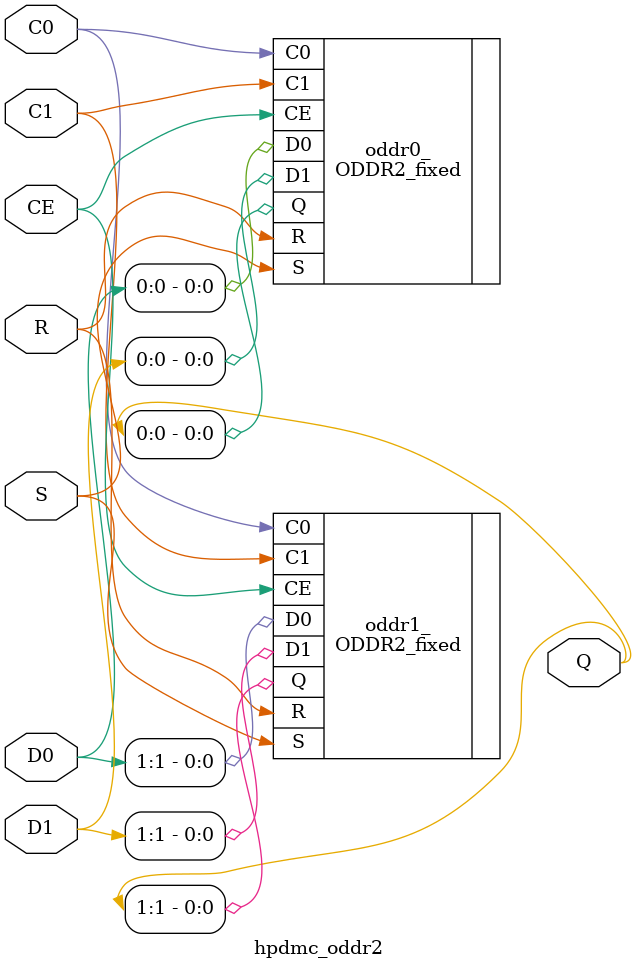
<source format=v>
/*
 * Milkymist VJ SoC
 * Copyright (C) 2007, 2008, 2009 Sebastien Bourdeauducq
 *
 * This program is free software: you can redistribute it and/or modify
 * it under the terms of the GNU General Public License as published by
 * the Free Software Foundation, version 3 of the License.
 *
 * This program is distributed in the hope that it will be useful,
 * but WITHOUT ANY WARRANTY; without even the implied warranty of
 * MERCHANTABILITY or FITNESS FOR A PARTICULAR PURPOSE.  See the
 * GNU General Public License for more details.
 *
 * You should have received a copy of the GNU General Public License
 * along with this program.  If not, see <http://www.gnu.org/licenses/>.
 */

/*
 * Verilog code that really should be replaced with a generate
 * statement, but it does not work with some free simulators.
 * So I put it in a module so as not to make other code unreadable,
 * and keep compatibility with as many simulators as possible.
 */

module hpdmc_oddr2 #(
	parameter DDR_ALIGNMENT = "NONE",
	parameter INIT = 1'b0,
	parameter SRTYPE = "ASYNC"
) (
	output [1:0] Q,
	input C0,
	input C1,
	input CE,
	input [1:0] D0,
	input [1:0] D1,
	input R,
	input S
);

ODDR2_fixed #(
	.DDR_ALIGNMENT(DDR_ALIGNMENT),
	.INIT(INIT),
	.SRTYPE(SRTYPE)
) oddr0_ (
	.Q(Q[0]),
	.C0(C0),
	.C1(C1),
	.CE(CE),
	.D0(D0[0]),
	.D1(D1[0]),
	.R(R),
	.S(S)
);
ODDR2_fixed #(
	.DDR_ALIGNMENT(DDR_ALIGNMENT),
	.INIT(INIT),
	.SRTYPE(SRTYPE)
) oddr1_ (
	.Q(Q[1]),
	.C0(C0),
	.C1(C1),
	.CE(CE),
	.D0(D0[1]),
	.D1(D1[1]),
	.R(R),
	.S(S)
);

endmodule

</source>
